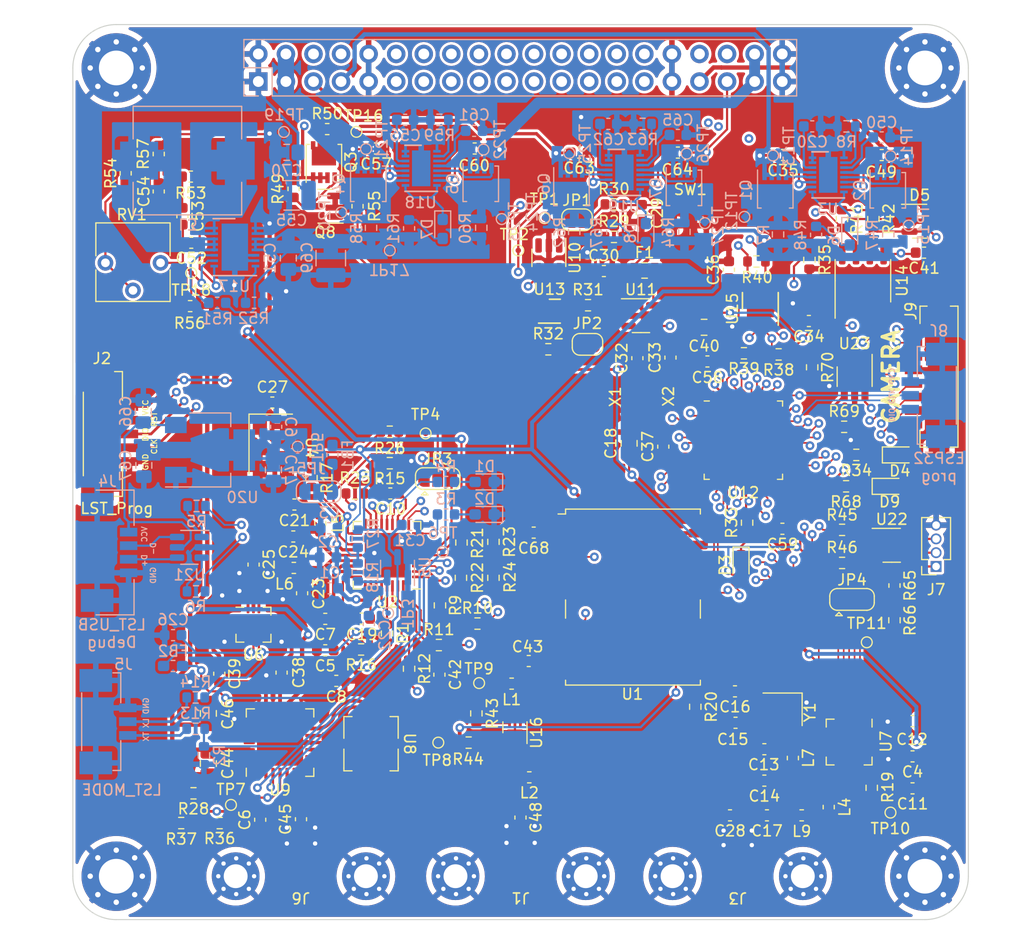
<source format=kicad_pcb>
(kicad_pcb (version 20211014) (generator pcbnew)

  (general
    (thickness 4.69)
  )

  (paper "A4")
  (layers
    (0 "F.Cu" signal)
    (1 "In1.Cu" signal)
    (2 "In2.Cu" signal)
    (31 "B.Cu" signal)
    (32 "B.Adhes" user "B.Adhesive")
    (33 "F.Adhes" user "F.Adhesive")
    (34 "B.Paste" user)
    (35 "F.Paste" user)
    (36 "B.SilkS" user "B.Silkscreen")
    (37 "F.SilkS" user "F.Silkscreen")
    (38 "B.Mask" user)
    (39 "F.Mask" user)
    (40 "Dwgs.User" user "User.Drawings")
    (41 "Cmts.User" user "User.Comments")
    (42 "Eco1.User" user "User.Eco1")
    (43 "Eco2.User" user "User.Eco2")
    (44 "Edge.Cuts" user)
    (45 "Margin" user)
    (46 "B.CrtYd" user "B.Courtyard")
    (47 "F.CrtYd" user "F.Courtyard")
    (48 "B.Fab" user)
    (49 "F.Fab" user)
    (50 "User.1" user)
    (51 "User.2" user)
    (52 "User.3" user)
    (53 "User.4" user)
    (54 "User.5" user)
    (55 "User.6" user)
    (56 "User.7" user)
    (57 "User.8" user)
    (58 "User.9" user)
  )

  (setup
    (stackup
      (layer "F.SilkS" (type "Top Silk Screen"))
      (layer "F.Paste" (type "Top Solder Paste"))
      (layer "F.Mask" (type "Top Solder Mask") (thickness 0.01))
      (layer "F.Cu" (type "copper") (thickness 0.035))
      (layer "dielectric 1" (type "core") (thickness 1.51) (material "FR4") (epsilon_r 4.5) (loss_tangent 0.02))
      (layer "In1.Cu" (type "copper") (thickness 0.035))
      (layer "dielectric 2" (type "prepreg") (thickness 1.51) (material "FR4") (epsilon_r 4.5) (loss_tangent 0.02))
      (layer "In2.Cu" (type "copper") (thickness 0.035))
      (layer "dielectric 3" (type "core") (thickness 1.51) (material "FR4") (epsilon_r 4.5) (loss_tangent 0.02))
      (layer "B.Cu" (type "copper") (thickness 0.035))
      (layer "B.Mask" (type "Bottom Solder Mask") (thickness 0.01))
      (layer "B.Paste" (type "Bottom Solder Paste"))
      (layer "B.SilkS" (type "Bottom Silk Screen"))
      (copper_finish "None")
      (dielectric_constraints no)
    )
    (pad_to_mask_clearance 0)
    (pcbplotparams
      (layerselection 0x00010fc_ffffffff)
      (disableapertmacros false)
      (usegerberextensions false)
      (usegerberattributes true)
      (usegerberadvancedattributes true)
      (creategerberjobfile true)
      (svguseinch false)
      (svgprecision 6)
      (excludeedgelayer true)
      (plotframeref false)
      (viasonmask false)
      (mode 1)
      (useauxorigin false)
      (hpglpennumber 1)
      (hpglpenspeed 20)
      (hpglpendiameter 15.000000)
      (dxfpolygonmode true)
      (dxfimperialunits true)
      (dxfusepcbnewfont true)
      (psnegative false)
      (psa4output false)
      (plotreference true)
      (plotvalue true)
      (plotinvisibletext false)
      (sketchpadsonfab false)
      (subtractmaskfromsilk false)
      (outputformat 1)
      (mirror false)
      (drillshape 1)
      (scaleselection 1)
      (outputdirectory "")
    )
  )

  (net 0 "")
  (net 1 "Net-(C1-Pad1)")
  (net 2 "GND")
  (net 3 "+3V3")
  (net 4 "/OpenLST (Beacon)/PA_VAPC")
  (net 5 "+3V8")
  (net 6 "/OpenLST (Beacon)/VDD_USB_LST")
  (net 7 "Net-(C12-Pad1)")
  (net 8 "Net-(C13-Pad2)")
  (net 9 "Net-(C15-Pad1)")
  (net 10 "Net-(C16-Pad1)")
  (net 11 "Net-(C17-Pad1)")
  (net 12 "Net-(C17-Pad2)")
  (net 13 "/MCU/MCU_POWER")
  (net 14 "Net-(C19-Pad1)")
  (net 15 "/3V3 power share/VCC_EN")
  (net 16 "Net-(C21-Pad2)")
  (net 17 "Net-(C22-Pad1)")
  (net 18 "Net-(C23-Pad2)")
  (net 19 "Net-(C24-Pad1)")
  (net 20 "Net-(C24-Pad2)")
  (net 21 "Net-(C25-Pad2)")
  (net 22 "Net-(C26-Pad1)")
  (net 23 "Net-(C29-Pad1)")
  (net 24 "/3V3 power share/EPS#1")
  (net 25 "Net-(C35-Pad2)")
  (net 26 "Net-(C38-Pad1)")
  (net 27 "Net-(C38-Pad2)")
  (net 28 "Net-(C39-Pad1)")
  (net 29 "Net-(C39-Pad2)")
  (net 30 "/MCU/VREF")
  (net 31 "Net-(C42-Pad1)")
  (net 32 "Net-(C43-Pad1)")
  (net 33 "Net-(C43-Pad2)")
  (net 34 "Net-(C45-Pad1)")
  (net 35 "Net-(C45-Pad2)")
  (net 36 "Net-(C48-Pad1)")
  (net 37 "Net-(C48-Pad2)")
  (net 38 "Net-(C49-Pad1)")
  (net 39 "/3V3 power share/EPS#2")
  (net 40 "Net-(C50-Pad1)")
  (net 41 "VIN")
  (net 42 "Net-(C52-Pad1)")
  (net 43 "Net-(C52-Pad2)")
  (net 44 "Net-(C53-Pad1)")
  (net 45 "Net-(C54-Pad1)")
  (net 46 "/Power Convertor/VBAT1/VCC_EN")
  (net 47 "/Power Convertor/EPS#1_VBAT")
  (net 48 "Net-(C57-Pad2)")
  (net 49 "Net-(C60-Pad1)")
  (net 50 "/Power Convertor/EPS#2_VBAT")
  (net 51 "Net-(C61-Pad1)")
  (net 52 "/5V power share/VCC_EN")
  (net 53 "/5V power share/EPS#1")
  (net 54 "Net-(C63-Pad2)")
  (net 55 "Net-(C64-Pad1)")
  (net 56 "/5V power share/EPS#2")
  (net 57 "Net-(C65-Pad1)")
  (net 58 "/OpenLST (Beacon)/USB_POWER_LST")
  (net 59 "Net-(D1-Pad2)")
  (net 60 "Net-(D2-Pad2)")
  (net 61 "Net-(D3-Pad1)")
  (net 62 "Net-(D4-Pad1)")
  (net 63 "/MCU/CAN_L")
  (net 64 "/MCU/CAN_H")
  (net 65 "Net-(D6-Pad1)")
  (net 66 "Net-(D6-Pad2)")
  (net 67 "Net-(D7-Pad1)")
  (net 68 "Net-(D7-Pad2)")
  (net 69 "Net-(D8-Pad1)")
  (net 70 "Net-(D8-Pad2)")
  (net 71 "Net-(D9-Pad1)")
  (net 72 "Net-(F1-Pad2)")
  (net 73 "Net-(FB1-Pad1)")
  (net 74 "/OpenLST (Beacon)/PROG_DD")
  (net 75 "/OpenLST (Beacon)/PROG_DC")
  (net 76 "/OpenLST (Beacon)/~{LST_RESET}")
  (net 77 "/MCU/USB_POWER")
  (net 78 "Net-(J7-Pad2)")
  (net 79 "Net-(J7-Pad3)")
  (net 80 "/MCU/SWCLK")
  (net 81 "/MCU/SWDIO")
  (net 82 "/MCU/QSPI_D1{slash}CAM_CSN")
  (net 83 "/MCU/QSPI_D2{slash}CAM_MOSI")
  (net 84 "/MCU/QSPI_D3{slash}CAM_MISO")
  (net 85 "/MCU/LED1_QSPI")
  (net 86 "+5V")
  (net 87 "/I2C_SDA")
  (net 88 "/I2C_SCL")
  (net 89 "unconnected-(J12-Pad6)")
  (net 90 "unconnected-(J12-Pad8)")
  (net 91 "unconnected-(J12-Pad11)")
  (net 92 "unconnected-(J12-Pad12)")
  (net 93 "unconnected-(J12-Pad13)")
  (net 94 "unconnected-(J12-Pad14)")
  (net 95 "unconnected-(J12-Pad15)")
  (net 96 "unconnected-(J12-Pad16)")
  (net 97 "unconnected-(J12-Pad17)")
  (net 98 "unconnected-(J12-Pad18)")
  (net 99 "/MCU/RS_485_~{B}")
  (net 100 "/MCU/RS_485_A")
  (net 101 "unconnected-(J12-Pad23)")
  (net 102 "unconnected-(J12-Pad24)")
  (net 103 "/MCU/LED1_CAM")
  (net 104 "/MCU/QSPI_SCK")
  (net 105 "/MCU/QSPI_NCS")
  (net 106 "unconnected-(J12-Pad34)")
  (net 107 "unconnected-(J12-Pad36)")
  (net 108 "Net-(JP1-Pad1)")
  (net 109 "/MCU/NRST")
  (net 110 "Net-(JP2-Pad1)")
  (net 111 "Net-(JP2-Pad2)")
  (net 112 "/OpenLST (Beacon)/RF_EN")
  (net 113 "/OpenLST (Beacon)/RF_EN_MCU")
  (net 114 "/OpenLST (Beacon)/RF_PWR_EN")
  (net 115 "Net-(JP4-Pad3)")
  (net 116 "/MCU/VDD_USB")
  (net 117 "Net-(L3-Pad1)")
  (net 118 "Net-(L3-Pad2)")
  (net 119 "Net-(L4-Pad1)")
  (net 120 "Net-(L4-Pad2)")
  (net 121 "Net-(Q1-Pad5)")
  (net 122 "Net-(Q1-Pad4)")
  (net 123 "Net-(Q2-Pad4)")
  (net 124 "Net-(Q2-Pad5)")
  (net 125 "Net-(Q3-Pad4)")
  (net 126 "Net-(Q3-Pad5)")
  (net 127 "Net-(Q4-Pad5)")
  (net 128 "Net-(Q4-Pad4)")
  (net 129 "Net-(Q5-Pad4)")
  (net 130 "Net-(Q5-Pad5)")
  (net 131 "Net-(Q6-Pad5)")
  (net 132 "Net-(Q6-Pad4)")
  (net 133 "Net-(Q7-Pad4)")
  (net 134 "Net-(Q7-Pad5)")
  (net 135 "/OpenLST (Beacon)/~{LST_RX_MODE}")
  (net 136 "/OpenLST (Beacon)/LST_TX_MODE")
  (net 137 "Net-(R3-Pad2)")
  (net 138 "Net-(R4-Pad2)")
  (net 139 "Net-(R5-Pad1)")
  (net 140 "/OpenLST (Beacon)/USB_N")
  (net 141 "/OpenLST (Beacon)/USB_P")
  (net 142 "Net-(R6-Pad2)")
  (net 143 "Net-(R8-Pad2)")
  (net 144 "Net-(R9-Pad1)")
  (net 145 "/OpenLST (Beacon)/UART0_CTS")
  (net 146 "Net-(R10-Pad1)")
  (net 147 "/OpenLST (Beacon)/UART0_RTS")
  (net 148 "Net-(R11-Pad1)")
  (net 149 "/OpenLST (Beacon)/UART0_RX")
  (net 150 "Net-(R12-Pad1)")
  (net 151 "/OpenLST (Beacon)/UART0_TX")
  (net 152 "Net-(R15-Pad2)")
  (net 153 "Net-(R16-Pad2)")
  (net 154 "Net-(R17-Pad1)")
  (net 155 "Net-(R17-Pad2)")
  (net 156 "Net-(R19-Pad2)")
  (net 157 "/OpenLST (Beacon)/AN0")
  (net 158 "/OpenLST (Beacon)/AN1")
  (net 159 "Net-(R25-Pad2)")
  (net 160 "/OpenLST (Beacon)/RF_BYP")
  (net 161 "Net-(R32-Pad1)")
  (net 162 "/MCU/LED2")
  (net 163 "/MCU/CAN_RS")
  (net 164 "/MCU/RS_485_R_EN")
  (net 165 "/MCU/RS_485_T_EN")
  (net 166 "Net-(R43-Pad2)")
  (net 167 "Net-(R44-Pad1)")
  (net 168 "Net-(R44-Pad2)")
  (net 169 "Net-(R45-Pad1)")
  (net 170 "/MCU/USB_N")
  (net 171 "/MCU/USB_P")
  (net 172 "Net-(R46-Pad2)")
  (net 173 "Net-(R51-Pad2)")
  (net 174 "Net-(R52-Pad1)")
  (net 175 "Net-(R54-Pad2)")
  (net 176 "Net-(R59-Pad2)")
  (net 177 "Net-(R63-Pad2)")
  (net 178 "unconnected-(U1-Pad1)")
  (net 179 "unconnected-(U1-Pad3)")
  (net 180 "/GPS Module/IRQ")
  (net 181 "unconnected-(U1-Pad5)")
  (net 182 "unconnected-(U1-Pad6)")
  (net 183 "/GPS Module/RESET")
  (net 184 "unconnected-(U1-Pad15)")
  (net 185 "unconnected-(U1-Pad16)")
  (net 186 "unconnected-(U1-Pad17)")
  (net 187 "/GPS Module/TXD")
  (net 188 "/GPS Module/RXD")
  (net 189 "unconnected-(U2-Pad8)")
  (net 190 "unconnected-(U2-Pad18)")
  (net 191 "unconnected-(U2-Pad20)")
  (net 192 "/MCU/NRF_CE")
  (net 193 "/MCU/NRF_SPI_CSN")
  (net 194 "/MCU/NRF_SPI_SCK")
  (net 195 "/MCU/NRF_SPI_MOSI")
  (net 196 "/MCU/NRF_SPI_MISO")
  (net 197 "/MCU/NRF_IRQ")
  (net 198 "Net-(U8-Pad2)")
  (net 199 "Net-(U8-Pad6)")
  (net 200 "unconnected-(U9-Pad14)")
  (net 201 "unconnected-(U9-Pad16)")
  (net 202 "unconnected-(U9-Pad25)")
  (net 203 "unconnected-(U10-Pad3)")
  (net 204 "/MCU/WDG_RESET")
  (net 205 "unconnected-(U11-Pad3)")
  (net 206 "unconnected-(U12-Pad1)")
  (net 207 "/MCU/LSE")
  (net 208 "/MCU/HSE")
  (net 209 "/MCU/CAN_RX")
  (net 210 "/MCU/CAN_TX")
  (net 211 "unconnected-(U13-Pad3)")
  (net 212 "/MCU/RS_485_R")
  (net 213 "/MCU/RS_485_T")
  (net 214 "unconnected-(U15-Pad7)")
  (net 215 "unconnected-(X1-Pad1)")
  (net 216 "unconnected-(U6-Pad4)")
  (net 217 "/camera/CAM_VCC")
  (net 218 "Net-(R70-Pad1)")
  (net 219 "Net-(J4-Pad2)")
  (net 220 "Net-(J4-Pad3)")
  (net 221 "Net-(J5-Pad1)")
  (net 222 "Net-(J5-Pad2)")

  (footprint "Capacitor_SMD:C_0805_2012Metric_Pad1.18x1.45mm_HandSolder" (layer "F.Cu") (at 143.1544 71.9044))

  (footprint "TCY_Buttons:KMT031NGJLHS" (layer "F.Cu") (at 141.8844 61.5881))

  (footprint "Resistor_SMD:R_0603_1608Metric" (layer "F.Cu") (at 98.5276 117.602))

  (footprint "Resistor_SMD:R_0603_1608Metric" (layer "F.Cu") (at 158.75 61.9252 -90))

  (footprint "Package_DFN_QFN:QFN-20-1EP_4x4mm_P0.5mm_EP2.5x2.5mm" (layer "F.Cu") (at 156.5148 110.1344 -90))

  (footprint "MountingHole:MountingHole_3.2mm_M3_Pad_Via" (layer "F.Cu") (at 163.5 122.5))

  (footprint "Resistor_SMD:R_0603_1608Metric" (layer "F.Cu") (at 120.8024 91.7448 90))

  (footprint "Capacitor_SMD:C_0603_1608Metric" (layer "F.Cu") (at 98.4905 103.8352 -90))

  (footprint "Resistor_SMD:R_0603_1608Metric" (layer "F.Cu") (at 147.9804 65.8368 180))

  (footprint "Inductor_SMD:L_0603_1608Metric" (layer "F.Cu") (at 107.7976 89.9668 -90))

  (footprint "Resistor_SMD:R_0603_1608Metric" (layer "F.Cu") (at 121.4628 110.1852))

  (footprint "MountingHole:MountingHole_3.2mm_M3_Pad_Via" (layer "F.Cu") (at 89 48))

  (footprint "Package_TO_SOT_SMD:SOT-23-6" (layer "F.Cu") (at 160.4386 91.9988))

  (footprint "Capacitor_SMD:C_0603_1608Metric" (layer "F.Cu") (at 105.41 88.2396))

  (footprint "Capacitor_SMD:C_0603_1608Metric" (layer "F.Cu") (at 127.4572 90.8304 180))

  (footprint "Capacitor_SMD:C_0603_1608Metric" (layer "F.Cu") (at 152.8064 71.3232 180))

  (footprint "Resistor_SMD:R_0603_1608Metric" (layer "F.Cu") (at 153.1112 75.5904 -90))

  (footprint "Capacitor_SMD:C_0603_1608Metric" (layer "F.Cu") (at 114.2492 87.2236 180))

  (footprint "Inductor_SMD:L_0603_1608Metric" (layer "F.Cu") (at 127.0508 113.3856))

  (footprint "RF_GPS:ublox_NEO" (layer "F.Cu") (at 136.6012 96.774))

  (footprint "Package_TO_SOT_SMD:SOT-23-6_Handsoldering" (layer "F.Cu") (at 157.0228 76.454 -90))

  (footprint "Capacitor_SMD:C_0603_1608Metric" (layer "F.Cu") (at 108.2548 98.7792 180))

  (footprint "Inductor_SMD:L_0603_1608Metric" (layer "F.Cu") (at 105.3344 59.1454 90))

  (footprint "Resistor_SMD:R_0603_1608Metric" (layer "F.Cu") (at 158.5976 114.3508 90))

  (footprint "Jumper:SolderJumper-2_P1.3mm_Open_RoundedPad1.0x1.5mm" (layer "F.Cu") (at 132.4108 73.4753 180))

  (footprint "Capacitor_SMD:C_0603_1608Metric" (layer "F.Cu") (at 118.7704 103.9238 90))

  (footprint "Jumper:SolderJumper-2_P1.3mm_Open_RoundedPad1.0x1.5mm" (layer "F.Cu") (at 131.4456 61.9945))

  (footprint "Inductor_SMD:L_0603_1608Metric" (layer "F.Cu") (at 95.8596 58.0136))

  (footprint "Capacitor_SMD:C_0603_1608Metric" (layer "F.Cu") (at 133.9218 66.7189))

  (footprint "Capacitor_SMD:C_0603_1608Metric" (layer "F.Cu") (at 127 102.6668 180))

  (footprint "Jumper:SolderJumper-3_P1.3mm_Open_RoundedPad1.0x1.5mm" (layer "F.Cu") (at 156.781 96.9871))

  (footprint "Capacitor_SMD:C_0603_1608Metric" (layer "F.Cu") (at 148.7046 113.6904))

  (footprint "MountingHole:MountingHole_3.2mm_M3_Pad_Via" (layer "F.Cu") (at 163.5 48))

  (footprint "Resistor_SMD:R_0603_1608Metric" (layer "F.Cu") (at 111.5568 101.6 180))

  (footprint "Resistor_SMD:R_0603_1608Metric" (layer "F.Cu") (at 118.8212 97.536 -90))

  (footprint "Resistor_SMD:R_0603_1608Metric" (layer "F.Cu") (at 134.8492 60.5721))

  (footprint "Resistor_SMD:R_0603_1608Metric" (layer "F.Cu") (at 157.1752 83.6676 180))

  (footprint "Capacitor_SMD:C_0603_1608Metric" (layer "F.Cu") (at 122.0216 55.4228))

  (footprint "TCY_Connector:TestPoint_Pad_D0.5mm" (layer "F.Cu") (at 122.428 104.6988))

  (footprint "Resistor_SMD:R_0603_1608Metric" (layer "F.Cu") (at 123.7488 94.996 90))

  (footprint "Resistor_SMD:R_0603_1608Metric" (layer "F.Cu") (at 115.9764 103.378 -90))

  (footprint "Capacitor_SMD:C_0603_1608Metric" (layer "F.Cu") (at 139.3952 82.9056 90))

  (footprint "Resistor_SMD:R_0603_1608Metric" (layer "F.Cu") (at 155.8666 90.5764 180))

  (footprint "Resistor_SMD:R_0603_1608Metric" (layer "F.Cu") (at 110.998 87.2236))

  (footprint "Resistor_SMD:R_0603_1608Metric" (layer "F.Cu") (at 113.9444 100.1268 90))

  (footprint "footprints:iPEX" (layer "F.Cu") (at 146.25 122.5 180))

  (footprint "Capacitor_SMD:C_0603_1608Metric" (layer "F.Cu") (at 145.542 116.8908 180))

  (footprint "TCY_Connector:TestPoint_Pad_D0.5mm" (layer "F.Cu") (at 158.1404 100.9396))

  (footprint "Capacitor_SMD:C_0603_1608Metric" (layer "F.Cu") (at 162.3568 114.4016 180))

  (footprint "Capacitor_SMD:C_0603_1608Metric" (layer "F.Cu") (at 112.9284 55.4228))

  (footprint "Inductor_SMD:L_0603_1608Metric" (layer "F.Cu") (at 151.3332 111.6076 -90))

  (footprint "Capacitor_SMD:C_0603_1608Metric" (layer "F.Cu") (at 137.414 61.3849 -90))

  (footprint "Capacitor_SMD:C_0603_1608Metric" (layer "F.Cu") (at 159.517223 56.0263))

  (footprint "Resistor_SMD:R_0603_1608Metric" (layer "F.Cu") (at 142.3416 106.8832 90))

  (footprint "Resistor_SMD:R_0603_1608Metric" (layer "F.Cu") (at 120.7516 94.996 90))

  (footprint "Resistor_SMD:R_0603_1608Metric" (layer "F.Cu") (at 160.6926 98.9076 -90))

  (footprint "footprints:iPEX" (layer "F.Cu")
    (tedit 62249243) (tstamp 5e845d28-b090-4cbe-b836-36c12cd256a2)
    (at 106 122.5 180)
    (property "Sheetfile" "OpenLST.kicad_sch")
    (property "Sheetname" "OpenLST (Beacon)")
    (path "/829b2795-9702-4633-a078-e2998d6d9402/bd95501b-0179-41e8-b4ae-aa683068528d")
    (attr smd)
    (fp_text reference "J6" (at 0 -2 180 unlocked) (layer "F.SilkS")
      (effects (font (size 1 1) (thickness 0.15)))
      (tstamp 01a309ae-24f0-425f-8e66-62836d44754f)
    )
    (fp_text value "iPEX" (at 0 3.25 180 unlocked) (layer "F.Fab")
      (effects (font (size 1 1) (thickness 0.15)))
      (tstamp 8dcc7423-8697-4e45-98e7-ba961d34766a)
    )
    (fp_text user "${REFERENCE}" (at -5.75 0) (layer "F.Fab")
      (effects (font (size 1 1) (thickness 0.15)))
      (tstamp 1efef3c9-3d4a-4fe3-a9e6-81c25bb60d4d)
    )
    (fp_text user "${REFERENCE}" (at 6.25 0) (layer "F.Fab")
      (effects (font (size 1 1) (thickness 0.15)))
      (tstamp 7fc15bbf-24cb-4805-82db-47bac0f24a0d)
    )
    (fp_text user "${REFERENCE}" (at 0 4.75 180 unlocked) (layer "F.Fab")
      (effects (font (size 1 1) (thickness 0.15)))
      (tstamp 95c33303-95e0-4821-8a2a-2b4366e73f62)
    )
    (fp_circle (center 5.95 0) (end 8.15 0) (layer "Cmts.User") (width 0.15) (fill none) (tstamp ba8ce18d-9c27-4b7d-9351-536fc203a39d))
    (fp_circle (center -6.05 0) (end -3.85 0) (layer "Cmts.User") (width 0.15) (fill none) (tstamp bf2af467-e412-4fbb-9286-750ef2fe032a))
    (fp_circle (center 5.95 0) (end 8.4 0) (layer "F.CrtYd") (width 0.05) (fill none) (tstamp 77167940-5596-44b8-af3c-2fdb741d928e))
    (fp_circle (center -6.05 0) (end -3.6 0) (layer "F.CrtYd") (width 0.05) (fill none) (tstamp f2774d3c-7553-45cf-859d-1603eec276d2))
    (pad "1" smd rect (at 0 1.53 180) (size 1 1.05) (layers "F.Cu" "F.Paste" "F.Mask")
      (net 34 "Net-(C45-Pad1)") (pinfunction "In") (pintype "passive") (tstamp 76598ecd-8444-43e4-839e-07412e7008fd))
    (pad "2" thru_hole circle (at -7.216726 1.166726 180) (size 0.7 0.7) (drill 0.4) (layers *.Cu *.Mask)
      (net 2 "GND") (pinfunction "Ext") (pintype "passive") (tstamp 1000d5be-cfac-4614-b427-9d1e13b557d4))
    (pad "2" thru_hole circle (at -6.05 -1.65 180) (size 0.7 0.7) (drill 0.4) (layers *.Cu *.Mask)
      (net 2 "GND") (pinfunction "Ext") (pintype "passive") (tstamp 18d281fe-ee8a-409d-a0a1-54d32ece0d1e))
    (pad "2" thru_hole circle (at -4.883274 1.166726 180) (size 0.7 0.7) (drill 0.4) (layers *.Cu *.Mask)
      (net 2 "GND") (pinfunction "Ext") (pintype "passive") (tstamp 19fba0a2-10a0-4f3b-a6a2-64ecb1852952))
    (pad "2" thru_hole circle (at 4.783274 -1.166726 180) (size 0.7 0.7) (drill 0.4) (layers *.Cu *.Mask)
      (net 2 "GND") (pinfunction "Ext") (pintype "passive") (tstamp 1a49bc48-ef94-4eac-910e-f569fb640b69))
    (pad "2" smd rect (at 1.45 0 180) (size 1 2.2) (layers "F.Cu" "F.Paste" "F.Mask")
      (net 2 "GND") (pinfunction "Ext") (pintype "passive") (tstamp 1b5fc824-3b69-4c6b-b15a-a8c71b67f431))
    (pad "2" thru_hole circle (at 7.6 0 180) (size 0.7 0.7) (drill 0.4) (layers *.Cu *.Mask)
      (net 2 "GND") (pinfunction "Ext") (pintype "passive") (tstamp 2254b659-bef6-4d9a-95dd-9237a0108af2))
    (pad "2" thru_hole circle (at -4.883274 -1.166726 180) (size 0.7 0.7) (drill 0.4) (layers *.Cu *.Mask)
      (net 2 "GND") (pinfunction "Ext") (pintype "passive") (tstamp 35fbd6ef-8354-4e02-923f-c2b4058d90ec))
    (pad "2" thru_hole circle (at -6.05 1.65 180) (size 0.7 0.7) (drill 0.
... [3699917 chars truncated]
</source>
